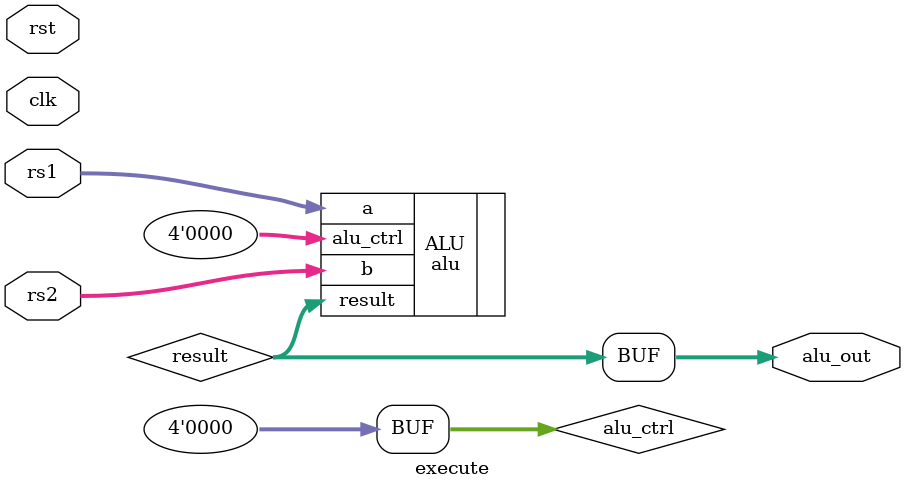
<source format=v>
`timescale 1ns/1ps
module execute(input clk, input rst, input [31:0] rs1, input [31:0] rs2, output [31:0] alu_out);
  wire [31:0] result;
  wire [3:0] alu_ctrl = 4'd0; // placeholder
  alu ALU(.a(rs1), .b(rs2), .alu_ctrl(alu_ctrl), .result(result));
  assign alu_out = result;
endmodule
</source>
